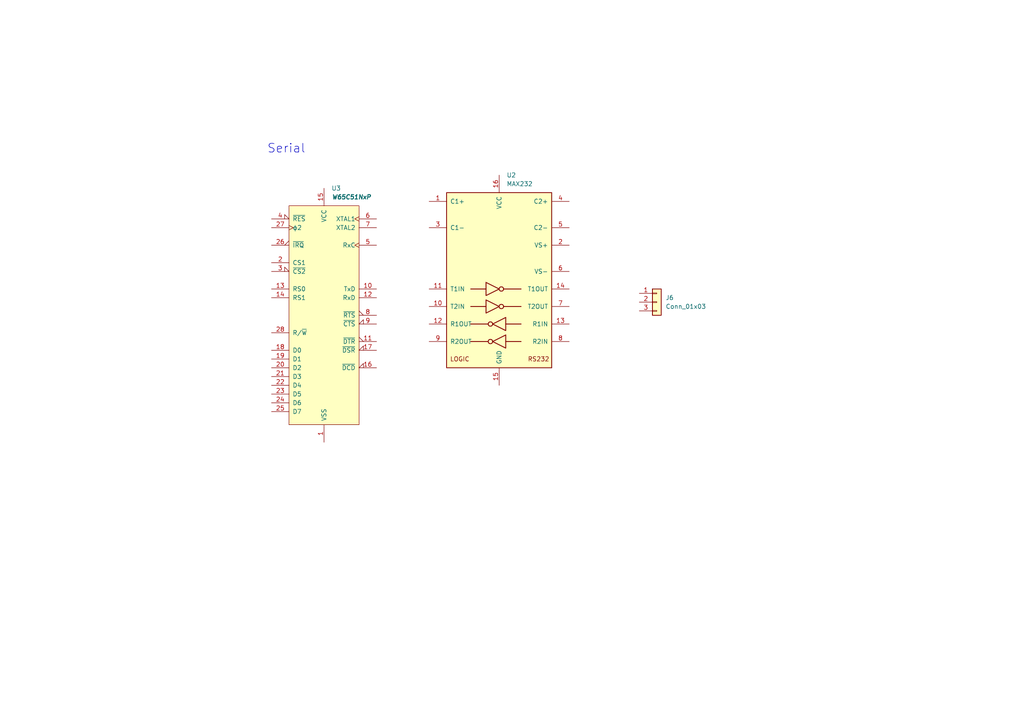
<source format=kicad_sch>
(kicad_sch (version 20250114) (generator "eeschema") (generator_version "9.0")
  (paper "A4")
  (lib_symbols
    (symbol "BB816:W65C51NxP" (pin_names (offset 1.016))
      (property "Reference" "U" (at -10.16 33.02 0))
      (property "Value" "W65C51NxP" (at 0 0 90))
      (symbol "W65C51NxP_0_1"
        (rectangle (start -10.16 31.75) (end 10.16 -31.75) (fill (type background)))
      )
      (symbol "W65C51NxP_1_1"
        (pin input input_low (at -15.24 27.94 0) (length 5.08) (name "~{RES}") (number "4"))
        (pin input clock (at -15.24 25.4 0) (length 5.08) (name "ϕ2") (number "27"))
        (pin open_collector output_low (at -15.24 20.32 0) (length 5.08) (name "~{IRQ}") (number "26"))
        (pin input line (at -15.24 15.24 0) (length 5.08) (name "CS1") (number "2"))
        (pin input input_low (at -15.24 12.7 0) (length 5.08) (name "~{CS2}") (number "3"))
        (pin input line (at -15.24 7.62 0) (length 5.08) (name "RS0") (number "13"))
        (pin input line (at -15.24 5.08 0) (length 5.08) (name "RS1") (number "14"))
        (pin input line (at -15.24 -5.08 0) (length 5.08) (name "R/~{W}") (number "28"))
        (pin bidirectional line (at -15.24 -10.16 0) (length 5.08) (name "D0") (number "18"))
        (pin bidirectional line (at -15.24 -12.7 0) (length 5.08) (name "D1") (number "19"))
        (pin bidirectional line (at -15.24 -15.24 0) (length 5.08) (name "D2") (number "20"))
        (pin bidirectional line (at -15.24 -17.78 0) (length 5.08) (name "D3") (number "21"))
        (pin bidirectional line (at -15.24 -20.32 0) (length 5.08) (name "D4") (number "22"))
        (pin bidirectional line (at -15.24 -22.86 0) (length 5.08) (name "D5") (number "23"))
        (pin bidirectional line (at -15.24 -25.4 0) (length 5.08) (name "D6") (number "24"))
        (pin bidirectional line (at -15.24 -27.94 0) (length 5.08) (name "D7") (number "25"))
        (pin power_in line (at 0 36.83 270) (length 5.08) (name "VCC") (number "15"))
        (pin power_in line (at 0 -36.83 90) (length 5.08) (name "VSS") (number "1"))
        (pin input clock (at 15.24 27.94 180) (length 5.08) (name "XTAL1") (number "6"))
        (pin output line (at 15.24 25.4 180) (length 5.08) (name "XTAL2") (number "7"))
        (pin bidirectional clock (at 15.24 20.32 180) (length 5.08) (name "RxC") (number "5"))
        (pin output line (at 15.24 7.62 180) (length 5.08) (name "TxD") (number "10"))
        (pin input line (at 15.24 5.08 180) (length 5.08) (name "RxD") (number "12"))
        (pin output output_low (at 15.24 0 180) (length 5.08) (name "~{RTS}") (number "8"))
        (pin input input_low (at 15.24 -2.54 180) (length 5.08) (name "~{CTS}") (number "9"))
        (pin output output_low (at 15.24 -7.62 180) (length 5.08) (name "~{DTR}") (number "11"))
        (pin input input_low (at 15.24 -10.16 180) (length 5.08) (name "~{DSR}") (number "17"))
        (pin input input_low (at 15.24 -15.24 180) (length 5.08) (name "~{DCD}") (number "16"))
      )
    )
    (symbol "Connector_Generic:Conn_01x03" (pin_names (offset 1.016) (hide yes))
      (property "Reference" "J" (at 0 5.08 0))
      (property "Value" "Conn_01x03" (at 0 -5.08 0))
      (symbol "Conn_01x03_1_1"
        (rectangle (start -1.27 3.81) (end 1.27 -3.81) (stroke (width 0.254)) (fill (type background)))
        (rectangle (start -1.27 2.667) (end 0 2.413) (stroke (width 0.1524)))
        (rectangle (start -1.27 0.127) (end 0 -0.127) (stroke (width 0.1524)))
        (rectangle (start -1.27 -2.413) (end 0 -2.667) (stroke (width 0.1524)))
        (pin passive line (at -5.08 2.54 0) (length 3.81) (name "Pin_1") (number "1"))
        (pin passive line (at -5.08 0 0) (length 3.81) (name "Pin_2") (number "2"))
        (pin passive line (at -5.08 -2.54 0) (length 3.81) (name "Pin_3") (number "3"))
      )
    )
    (symbol "Interface_UART:MAX232" (pin_names (offset 1.016))
      (property "Reference" "U" (at -2.54 28.575 0))
      (property "Value" "MAX232" (at -2.54 26.67 0))
      (symbol "MAX232_0_0"
        (text "LOGIC" (at -11.43 -22.86 0) (effects (font (size 1.27 1.27))))
        (text "RS232" (at 11.43 -22.86 0) (effects (font (size 1.27 1.27))))
      )
      (symbol "MAX232_0_1"
        (rectangle (start -15.24 -25.4) (end 15.24 25.4) (stroke (width 0.254)) (fill (type background)))
        (polyline (pts (xy -3.81 -0.635) (xy -3.81 -4.445) (xy 0 -2.54) (xy -3.81 -0.635)) (stroke (width 0.254)))
        (polyline (pts (xy -3.81 -2.54) (xy -8.255 -2.54)) (stroke (width 0.254)))
        (polyline (pts (xy -3.81 -5.715) (xy -3.81 -9.525) (xy 0 -7.62) (xy -3.81 -5.715)) (stroke (width 0.254)))
        (polyline (pts (xy -3.81 -7.62) (xy -8.255 -7.62)) (stroke (width 0.254)))
        (polyline (pts (xy -3.175 -12.7) (xy -8.255 -12.7)) (stroke (width 0.254)))
        (polyline (pts (xy -3.175 -17.78) (xy -8.255 -17.78)) (stroke (width 0.254)))
        (circle (center -2.54 -12.7) (radius 0.635) (stroke (width 0.254)))
        (circle (center -2.54 -17.78) (radius 0.635) (stroke (width 0.254)))
        (circle (center 0.635 -2.54) (radius 0.635) (stroke (width 0.254)))
        (circle (center 0.635 -7.62) (radius 0.635) (stroke (width 0.254)))
        (polyline (pts (xy 1.27 -2.54) (xy 6.35 -2.54)) (stroke (width 0.254)))
        (polyline (pts (xy 1.27 -7.62) (xy 6.35 -7.62)) (stroke (width 0.254)))
        (polyline (pts (xy 1.905 -10.795) (xy 1.905 -14.605) (xy -1.905 -12.7) (xy 1.905 -10.795)) (stroke (width 0.254)))
        (polyline (pts (xy 1.905 -12.7) (xy 6.35 -12.7)) (stroke (width 0.254)))
        (polyline (pts (xy 1.905 -15.875) (xy 1.905 -19.685) (xy -1.905 -17.78) (xy 1.905 -15.875)) (stroke (width 0.254)))
        (polyline (pts (xy 1.905 -17.78) (xy 6.35 -17.78)) (stroke (width 0.254)))
      )
      (symbol "MAX232_1_1"
        (pin passive line (at -20.32 22.86 0) (length 5.08) (name "C1+") (number "1"))
        (pin passive line (at -20.32 15.24 0) (length 5.08) (name "C1-") (number "3"))
        (pin input line (at -20.32 -2.54 0) (length 5.08) (name "T1IN") (number "11"))
        (pin input line (at -20.32 -7.62 0) (length 5.08) (name "T2IN") (number "10"))
        (pin output line (at -20.32 -12.7 0) (length 5.08) (name "R1OUT") (number "12"))
        (pin output line (at -20.32 -17.78 0) (length 5.08) (name "R2OUT") (number "9"))
        (pin power_in line (at 0 30.48 270) (length 5.08) (name "VCC") (number "16"))
        (pin power_in line (at 0 -30.48 90) (length 5.08) (name "GND") (number "15"))
        (pin passive line (at 20.32 22.86 180) (length 5.08) (name "C2+") (number "4"))
        (pin passive line (at 20.32 15.24 180) (length 5.08) (name "C2-") (number "5"))
        (pin power_out line (at 20.32 10.16 180) (length 5.08) (name "VS+") (number "2"))
        (pin power_out line (at 20.32 2.54 180) (length 5.08) (name "VS-") (number "6"))
        (pin output line (at 20.32 -2.54 180) (length 5.08) (name "T1OUT") (number "14"))
        (pin output line (at 20.32 -7.62 180) (length 5.08) (name "T2OUT") (number "7"))
        (pin input line (at 20.32 -12.7 180) (length 5.08) (name "R1IN") (number "13"))
        (pin input line (at 20.32 -17.78 180) (length 5.08) (name "R2IN") (number "8"))
      )
    )
  )
  (text "Serial" (at 83.058 43.18 0) (effects (font (size 2.54 2.54))))
  (symbol (lib_id "BB816:W65C51NxP") (at 93.98 91.44 0) (unit 1)
    (property "Reference" "U3" (at 96.1233 54.61 0) (effects (justify left)))
    (property "Value" "W65C51NxP" (at 96.1233 57.15 0) (effects (font (bold yes) (italic yes)) (justify left)))
    (property "Footprint" "Package_LCC:PLCC-32_THT-Socket" (effects (hide yes)))
    (property "Datasheet" "http://www.westerndesigncenter.com/wdc/documentation/w65c51n.pdf" (effects (hide yes)))
    (property "Description" "W65C51N CMOS Asynchronous Communication Interface Adapter (ACIA), Serial UART, DIP-28" (effects (hide yes)))
  )
  (symbol (lib_id "Interface_UART:MAX232") (at 144.78 81.28 0) (unit 1)
    (property "Reference" "U2" (at 146.9233 50.8 0) (effects (justify left)))
    (property "Value" "MAX232" (at 146.9233 53.34 0) (effects (justify left)))
    (property "Footprint" "Package_DIP:DIP-16_W7.62mm_Socket" (effects (hide yes)))
    (property "Datasheet" "http://www.ti.com/lit/ds/symlink/max232.pdf" (effects (hide yes)))
    (property "Description" "Dual RS232 driver/receiver, 5V supply, 120kb/s, 0C-70C" (effects (hide yes)))
  )
  (symbol (lib_id "Connector_Generic:Conn_01x03") (at 190.5 87.63 0) (unit 1)
    (property "Reference" "J6" (at 193.04 86.3599 0) (effects (justify left)))
    (property "Value" "Conn_01x03" (at 193.04 88.8999 0) (effects (justify left)))
    (property "Description" "Generic connector, single row, 01x03, script generated (kicad-library-utils/schlib/autogen/connector/)" (effects (hide yes)))
  )
)
</source>
